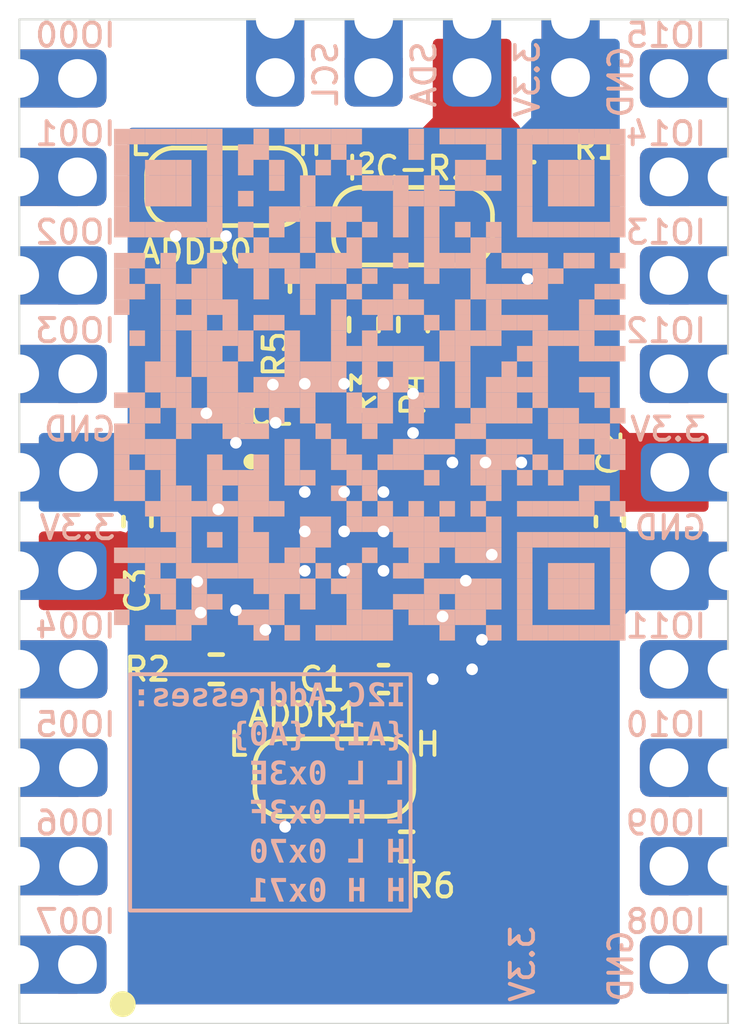
<source format=kicad_pcb>
(kicad_pcb (version 20240108) (generator "pcbnew") (generator_version "8.0")
  (layers (0 "F.Cu" signal) (1 "In1.Cu" signal) (2 "In2.Cu" signal) (31 "B.Cu" signal) (34 "B.Paste" user) (35 "F.Paste" user) (36 "B.SilkS" user "B.Silkscreen") (37 "F.SilkS" user "F.Silkscreen") (38 "B.Mask" user) (39 "F.Mask" user) (44 "Edge.Cuts" user))
  (net 0 "")
  (net 1 "/~{INT}")
  (net 3 "/IO14")
  (net 4 "/IO4")
  (net 5 "/IO15")
  (net 6 "/IO2")
  (net 7 "/SCL")
  (net 8 "/IO11")
  (net 9 "GNDD")
  (net 10 "/IO1")
  (net 11 "/IO5")
  (net 12 "/IO13")
  (net 13 "/IO10")
  (net 14 "/IO8")
  (net 15 "/IO12")
  (net 16 "/ADDR1")
  (net 17 "+3.3V")
  (net 18 "/~{RESET}")
  (net 19 "/IO3")
  (net 20 "/IO6")
  (net 21 "/IO7")
  (net 22 "/IO0")
  (net 23 "/IO9")
  (net 24 "/ADDR0")
  (net 25 "/SDA")
  (net 26 "Net-(JP1-B)")
  (net 27 "Net-(JP1-A)")
  (net 28 "Net-(JP2-A)")
  (net 29 "Net-(JP3-B)")
  (footprint "Castellated_Holes:Castellated_Hole02" (layer "F.Cu") (at 96.52 79.756)
    (property "Reference" "J1" (hide yes))
    (property "Value" "~" (hide yes))
    (pad "1" thru_hole rect (at 0 0) (size 1.5 1.5) (drill 1 (offset 0.75 0)) (property pad_prop_castellated) (layers "*.Cu" "*.Mask") (net 22 "/IO0"))
    (pad "1" thru_hole roundrect (at 1.5 0) (size 1.5 1.5) (drill 1) (property pad_prop_castellated) (layers "*.Cu" "*.Mask") (roundrect_rratio 0.1666666667) (net 22 "/IO0"))
  )
  (footprint "Resistor_SMD:R_0402_1005Metric_Pad0.72x0.64mm_HandSolder" (layer "F.Cu") (at 106.68 86.106 90)
    (property "Reference" "R4" (at -1.778 0 -90) (layer "F.SilkS") (effects (font (size 0.6 0.6) (thickness 0.1) (bold yes))))
    (property "Value" "10k" (hide yes))
    (pad "1" smd roundrect (at -0.5975 0 90) (size 0.715 0.64) (layers "F.Cu" "F.Paste" "F.Mask") (net 25 "/SDA"))
    (pad "2" smd roundrect (at 0.5975 0 90) (size 0.715 0.64) (layers "F.Cu" "F.Paste" "F.Mask") (net 27 "Net-(JP1-A)"))
  )
  (footprint "Resistor_SMD:R_0402_1005Metric_Pad0.72x0.64mm_HandSolder" (layer "F.Cu") (at 105.41 86.106 90)
    (property "Reference" "R3" (at -1.778 0 -90) (layer "F.SilkS") (effects (font (size 0.6 0.6) (thickness 0.1) (bold yes))))
    (property "Value" "10k" (hide yes))
    (pad "1" smd roundrect (at -0.5975 0 90) (size 0.715 0.64) (layers "F.Cu" "F.Paste" "F.Mask") (net 7 "/SCL"))
    (pad "2" smd roundrect (at 0.5975 0 90) (size 0.715 0.64) (layers "F.Cu" "F.Paste" "F.Mask") (net 26 "Net-(JP1-B)"))
  )
  (footprint "Jumper:SolderJumper-3_P1.3mm_Open_RoundedPad1.0x1.5mm" (layer "F.Cu") (at 101.854 82.55 180)
    (property "Reference" "JP2" (hide yes))
    (property "Value" "SolderJumper_3_Open" (hide yes))
    (pad "1" smd custom (at -1.3 0 180) (size 1 0.5) (layers "F.Cu" "F.Mask") (net 28 "Net-(JP2-A)") (options (clearance outline) (anchor rect)) (primitives (gr_circle (center 0 0.25) (end 0.5 0.25) (width 0) (fill yes)) (gr_circle (center 0 -0.25) (end 0.5 -0.25) (width 0) (fill yes)) (gr_poly (pts (xy 0.55 0.75) (xy 0 0.75) (xy 0 -0.75) (xy 0.55 -0.75)) (width 0) (fill yes))))
    (pad "2" smd rect (at 0 0 180) (size 1 1.5) (layers "F.Cu" "F.Mask") (net 24 "/ADDR0"))
    (pad "3" smd custom (at 1.3 0 180) (size 1 0.5) (layers "F.Cu" "F.Mask") (net 9 "GNDD") (options (clearance outline) (anchor rect)) (primitives (gr_circle (center 0 0.25) (end 0.5 0.25) (width 0) (fill yes)) (gr_circle (center 0 -0.25) (end 0.5 -0.25) (width 0) (fill yes)) (gr_poly (pts (xy 0 0.75) (xy -0.55 0.75) (xy -0.55 -0.75) (xy 0 -0.75)) (width 0) (fill yes))))
  )
  (footprint "Castellated_Holes:Castellated_Hole02" (layer "F.Cu") (at 114.784 102.616 180)
    (property "Reference" "J9" (hide yes))
    (property "Value" "~" (hide yes))
    (pad "1" thru_hole rect (at 0 0 180) (size 1.5 1.5) (drill 1 (offset 0.75 0)) (property pad_prop_castellated) (layers "*.Cu" "*.Mask") (net 14 "/IO8"))
    (pad "1" thru_hole roundrect (at 1.5 0 180) (size 1.5 1.5) (drill 1) (property pad_prop_castellated) (layers "*.Cu" "*.Mask") (roundrect_rratio 0.1666666667) (net 14 "/IO8"))
  )
  (footprint "Resistor_SMD:R_0402_1005Metric_Pad0.72x0.64mm_HandSolder" (layer "F.Cu") (at 106.5155 99.568)
    (property "Reference" "R6" (at 0.6725 1.016 0) (layer "F.SilkS") (effects (font (size 0.6 0.6) (thickness 0.1) (bold yes))))
    (property "Value" "10k" (hide yes))
    (pad "1" smd roundrect (at -0.5975 0) (size 0.715 0.64) (layers "F.Cu" "F.Paste" "F.Mask") (net 29 "Net-(JP3-B)"))
    (pad "2" smd roundrect (at 0.5975 0) (size 0.715 0.64) (layers "F.Cu" "F.Paste" "F.Mask") (net 17 "+3.3V"))
  )
  (footprint "Castellated_Holes:Castellated_Hole02" (layer "F.Cu") (at 114.784 87.376 180)
    (property "Reference" "J13" (hide yes))
    (property "Value" "~" (hide yes))
    (pad "1" thru_hole rect (at 0 0 180) (size 1.5 1.5) (drill 1 (offset 0.75 0)) (property pad_prop_castellated) (layers "*.Cu" "*.Mask") (net 15 "/IO12"))
    (pad "1" thru_hole roundrect (at 1.5 0 180) (size 1.5 1.5) (drill 1) (property pad_prop_castellated) (layers "*.Cu" "*.Mask") (roundrect_rratio 0.1666666667) (net 15 "/IO12"))
  )
  (footprint "Castellated_Holes:Castellated_Hole02" (layer "F.Cu") (at 114.784 94.996 180)
    (property "Reference" "J12" (hide yes))
    (property "Value" "~" (hide yes))
    (pad "1" thru_hole rect (at 0 0 180) (size 1.5 1.5) (drill 1 (offset 0.75 0)) (property pad_prop_castellated) (layers "*.Cu" "*.Mask") (net 8 "/IO11"))
    (pad "1" thru_hole roundrect (at 1.5 0 180) (size 1.5 1.5) (drill 1) (property pad_prop_castellated) (layers "*.Cu" "*.Mask") (roundrect_rratio 0.1666666667) (net 8 "/IO11"))
  )
  (footprint "Castellated_Holes:Castellated_Hole02" (layer "F.Cu") (at 114.784 97.536 180)
    (property "Reference" "J11" (hide yes))
    (property "Value" "~" (hide yes))
    (pad "1" thru_hole rect (at 0 0 180) (size 1.5 1.5) (drill 1 (offset 0.75 0)) (property pad_prop_castellated) (layers "*.Cu" "*.Mask") (net 13 "/IO10"))
    (pad "1" thru_hole roundrect (at 1.5 0 180) (size 1.5 1.5) (drill 1) (property pad_prop_castellated) (layers "*.Cu" "*.Mask") (roundrect_rratio 0.1666666667) (net 13 "/IO10"))
  )
  (footprint "Castellated_Holes:Castellated_Hole02" (layer "F.Cu") (at 96.544 94.996)
    (property "Reference" "J5" (hide yes))
    (property "Value" "~" (hide yes))
    (pad "1" thru_hole rect (at 0 0) (size 1.5 1.5) (drill 1 (offset 0.75 0)) (property pad_prop_castellated) (layers "*.Cu" "*.Mask") (net 4 "/IO4"))
    (pad "1" thru_hole roundrect (at 1.5 0) (size 1.5 1.5) (drill 1) (property pad_prop_castellated) (layers "*.Cu" "*.Mask") (roundrect_rratio 0.1666666667) (net 4 "/IO4"))
  )
  (footprint "Castellated_Holes:Castellated_Hole02" (layer "F.Cu") (at 110.744 78.232 -90)
    (property "Reference" "J30" (hide yes))
    (property "Value" "~" (hide yes))
    (pad "1" thru_hole rect (at 0 0 270) (size 1.5 1.5) (drill 1 (offset 0.75 0)) (property pad_prop_castellated) (layers "*.Cu" "*.Mask") (net 9 "GNDD"))
    (pad "1" thru_hole roundrect (at 1.5 0 270) (size 1.5 1.5) (drill 1) (property pad_prop_castellated) (layers "*.Cu" "*.Mask") (roundrect_rratio 0.1666666667) (net 9 "GNDD"))
  )
  (footprint "Castellated_Holes:Castellated_Hole02" (layer "F.Cu") (at 96.544 100.076)
    (property "Reference" "J7" (hide yes))
    (property "Value" "~" (hide yes))
    (pad "1" thru_hole rect (at 0 0) (size 1.5 1.5) (drill 1 (offset 0.75 0)) (property pad_prop_castellated) (layers "*.Cu" "*.Mask") (net 20 "/IO6"))
    (pad "1" thru_hole roundrect (at 1.5 0) (size 1.5 1.5) (drill 1) (property pad_prop_castellated) (layers "*.Cu" "*.Mask") (roundrect_rratio 0.1666666667) (net 20 "/IO6"))
  )
  (footprint "Castellated_Holes:Castellated_Hole02" (layer "F.Cu") (at 114.808 89.916 180)
    (property "Reference" "J17" (hide yes))
    (property "Value" "~" (hide yes))
    (pad "1" thru_hole rect (at 0 0 180) (size 1.5 1.5) (drill 1 (offset 0.75 0)) (property pad_prop_castellated) (layers "*.Cu" "*.Mask") (net 17 "+3.3V"))
    (pad "1" thru_hole roundrect (at 1.5 0 180) (size 1.5 1.5) (drill 1) (property pad_prop_castellated) (layers "*.Cu" "*.Mask") (roundrect_rratio 0.1666666667) (net 17 "+3.3V"))
  )
  (footprint "Castellated_Holes:Castellated_Hole02" (layer "F.Cu") (at 96.52 92.456)
    (property "Reference" "J19" (hide yes))
    (property "Value" "~" (hide yes))
    (pad "1" thru_hole rect (at 0 0) (size 1.5 1.5) (drill 1 (offset 0.75 0)) (property pad_prop_castellated) (layers "*.Cu" "*.Mask") (net 17 "+3.3V"))
    (pad "1" thru_hole roundrect (at 1.5 0) (size 1.5 1.5) (drill 1) (property pad_prop_castellated) (layers "*.Cu" "*.Mask") (roundrect_rratio 0.1666666667) (net 17 "+3.3V"))
  )
  (footprint "Castellated_Holes:Castellated_Hole02" (layer "F.Cu") (at 114.784 82.296 180)
    (property "Reference" "J15" (hide yes))
    (property "Value" "~" (hide yes))
    (pad "1" thru_hole rect (at 0 0 180) (size 1.5 1.5) (drill 1 (offset 0.75 0)) (property pad_prop_castellated) (layers "*.Cu" "*.Mask") (net 3 "/IO14"))
    (pad "1" thru_hole roundrect (at 1.5 0 180) (size 1.5 1.5) (drill 1) (property pad_prop_castellated) (layers "*.Cu" "*.Mask") (roundrect_rratio 0.1666666667) (net 3 "/IO14"))
  )
  (footprint "Castellated_Holes:Castellated_Hole02" (layer "F.Cu") (at 96.544 89.916)
    (property "Reference" "J18" (hide yes))
    (property "Value" "~" (hide yes))
    (pad "1" thru_hole rect (at 0 0) (size 1.5 1.5) (drill 1 (offset 0.75 0)) (property pad_prop_castellated) (layers "*.Cu" "*.Mask") (net 9 "GNDD"))
    (pad "1" thru_hole roundrect (at 1.5 0) (size 1.5 1.5) (drill 1) (property pad_prop_castellated) (layers "*.Cu" "*.Mask") (roundrect_rratio 0.1666666667) (net 9 "GNDD"))
  )
  (footprint "library:QFN40P400X400X60-29N-D" (layer "F.Cu") (at 104.902 91.44)
    (property "Reference" "IC1" (at -2.032 -3.048 0) (layer "F.SilkS") (effects (font (size 0.6 0.6) (thickness 0.1) (bold yes))))
    (property "Value" "SX1509QBIULTRT" (hide yes))
    (pad "1" smd rect (at -2 -1.2 90) (size 0.2 0.8) (layers "F.Cu" "F.Paste" "F.Mask") (net 6 "/IO2"))
    (pad "2" smd rect (at -2 -0.8 90) (size 0.2 0.8) (layers "F.Cu" "F.Paste" "F.Mask") (net 19 "/IO3"))
    (pad "3" smd rect (at -2 -0.4 90) (size 0.2 0.8) (layers "F.Cu" "F.Paste" "F.Mask") (net 9 "GNDD"))
    (pad "4" smd rect (at -2 0 90) (size 0.2 0.8) (layers "F.Cu" "F.Paste" "F.Mask") (net 17 "+3.3V"))
    (pad "5" smd rect (at -2 0.4 90) (size 0.2 0.8) (layers "F.Cu" "F.Paste" "F.Mask") (net 4 "/IO4"))
    (pad "6" smd rect (at -2 0.8 90) (size 0.2 0.8) (layers "F.Cu" "F.Paste" "F.Mask") (net 11 "/IO5"))
    (pad "7" smd rect (at -2 1.2 90) (size 0.2 0.8) (layers "F.Cu" "F.Paste" "F.Mask") (net 20 "/IO6"))
    (pad "8" smd rect (at -1.2 2) (size 0.2 0.8) (layers "F.Cu" "F.Paste" "F.Mask") (net 21 "/IO7"))
    (pad "9" smd rect (at -0.8 2) (size 0.2 0.8) (layers "F.Cu" "F.Paste" "F.Mask") (net 1 "/~{INT}"))
    (pad "10" smd rect (at -0.4 2) (size 0.2 0.8) (layers "F.Cu" "F.Paste" "F.Mask") (net 16 "/ADDR1"))
    (pad "11" smd rect (at 0 2) (size 0.2 0.8) (layers "F.Cu" "F.Paste" "F.Mask"))
    (pad "12" smd rect (at 0.4 2) (size 0.2 0.8) (layers "F.Cu" "F.Paste" "F.Mask") (net 17 "+3.3V"))
    (pad "13" smd rect (at 0.8 2) (size 0.2 0.8) (layers "F.Cu" "F.Paste" "F.Mask") (net 14 "/IO8"))
    (pad "14" smd rect (at 1.2 2) (size 0.2 0.8) (layers "F.Cu" "F.Paste" "F.Mask") (net 23 "/IO9"))
    (pad "15" smd rect (at 2 1.2 90) (size 0.2 0.8) (layers "F.Cu" "F.Paste" "F.Mask") (net 13 "/IO10"))
    (pad "16" smd rect (at 2 0.8 90) (size 0.2 0.8) (layers "F.Cu" "F.Paste" "F.Mask") (net 8 "/IO11"))
    (pad "17" smd rect (at 2 0.4 90) (size 0.2 0.8) (layers "F.Cu" "F.Paste" "F.Mask") (net 9 "GNDD"))
    (pad "18" smd rect (at 2 0 90) (size 0.2 0.8) (layers "F.Cu" "F.Paste" "F.Mask") (net 17 "+3.3V"))
    (pad "19" smd rect (at 2 -0.4 90) (size 0.2 0.8) (layers "F.Cu" "F.Paste" "F.Mask") (net 15 "/IO12"))
    (pad "20" smd rect (at 2 -0.8 90) (size 0.2 0.8) (layers "F.Cu" "F.Paste" "F.Mask") (net 12 "/IO13"))
    (pad "21" smd rect (at 2 -1.2 90) (size 0.2 0.8) (layers "F.Cu" "F.Paste" "F.Mask") (net 3 "/IO14"))
    (pad "22" smd rect (at 1.2 -2) (size 0.2 0.8) (layers "F.Cu" "F.Paste" "F.Mask") (net 5 "/IO15"))
    (pad "23" smd rect (at 0.8 -2) (size 0.2 0.8) (layers "F.Cu" "F.Paste" "F.Mask") (net 18 "/~{RESET}"))
    (pad "24" smd rect (at 0.4 -2) (size 0.2 0.8) (layers "F.Cu" "F.Paste" "F.Mask") (net 25 "/SDA"))
    (pad "25" smd rect (at 0 -2) (size 0.2 0.8) (layers "F.Cu" "F.Paste" "F.Mask") (net 7 "/SCL"))
    (pad "26" smd rect (at -0.4 -2) (size 0.2 0.8) (layers "F.Cu" "F.Paste" "F.Mask") (net 24 "/ADDR0"))
    (pad "27" smd rect (at -0.8 -2) (size 0.2 0.8) (layers "F.Cu" "F.Paste" "F.Mask") (net 22 "/IO0"))
    (pad "28" smd rect (at -1.2 -2) (size 0.2 0.8) (layers "F.Cu" "F.Paste" "F.Mask") (net 10 "/IO1"))
    (pad "29" smd rect (at 0 0) (size 2.75 2.75) (layers "F.Cu" "F.Paste" "F.Mask") (net 9 "GNDD"))
  )
  (footprint "Castellated_Holes:Castellated_Hole02" (layer "F.Cu") (at 96.528 87.376)
    (property "Reference" "J4" (hide yes))
    (property "Value" "~" (hide yes))
    (pad "1" thru_hole rect (at 0 0) (size 1.5 1.5) (drill 1 (offset 0.75 0)) (property pad_prop_castellated) (layers "*.Cu" "*.Mask") (net 19 "/IO3"))
    (pad "1" thru_hole roundrect (at 1.5 0) (size 1.5 1.5) (drill 1) (property pad_prop_castellated) (layers "*.Cu" "*.Mask") (roundrect_rratio 0.1666666667) (net 19 "/IO3"))
  )
  (footprint "Capacitor_SMD:C_0402_1005Metric_Pad0.74x0.62mm_HandSolder" (layer "F.Cu") (at 99.568 91.186 90)
    (property "Reference" "C3" (at -1.778 0 -90) (layer "F.SilkS") (effects (font (size 0.6 0.6) (thickness 0.1) (bold yes))))
    (property "Value" "0.1uF" (hide yes))
    (pad "1" smd roundrect (at -0.5675 0 90) (size 0.735 0.62) (layers "F.Cu" "F.Paste" "F.Mask") (net 17 "+3.3V"))
    (pad "2" smd roundrect (at 0.5675 0 90) (size 0.735 0.62) (layers "F.Cu" "F.Paste" "F.Mask") (net 9 "GNDD"))
  )
  (footprint "Capacitor_SMD:C_0402_1005Metric_Pad0.74x0.62mm_HandSolder" (layer "F.Cu") (at 111.76 91.186 -90)
    (property "Reference" "C2" (at -1.778 0 90) (layer "F.SilkS") (effects (font (size 0.6 0.6) (thickness 0.1) (bold yes))))
    (property "Value" "0.1uF" (hide yes))
    (pad "1" smd roundrect (at -0.5675 0 270) (size 0.735 0.62) (layers "F.Cu" "F.Paste" "F.Mask") (net 17 "+3.3V"))
    (pad "2" smd roundrect (at 0.5675 0 270) (size 0.735 0.62) (layers "F.Cu" "F.Paste" "F.Mask") (net 9 "GNDD"))
  )
  (footprint "Resistor_SMD:R_0402_1005Metric_Pad0.72x0.64mm_HandSolder" (layer "F.Cu") (at 103.124 85.09 -90)
    (property "Reference" "R5" (at 1.778 0 90) (layer "F.SilkS") (effects (font (size 0.6 0.6) (thickness 0.1) (bold yes))))
    (property "Value" "10k" (hide yes))
    (pad "1" smd roundrect (at -0.5975 0 270) (size 0.715 0.64) (layers "F.Cu" "F.Paste" "F.Mask") (net 28 "Net-(JP2-A)"))
    (pad "2" smd roundrect (at 0.5975 0 270) (size 0.715 0.64) (layers "F.Cu" "F.Paste" "F.Mask") (net 17 "+3.3V"))
  )
  (footprint "Resistor_SMD:R_0402_1005Metric_Pad0.72x0.64mm_HandSolder" (layer "F.Cu") (at 109.6385 81.534 180)
    (property "Reference" "R1" (at -1.778 0 180) (layer "F.SilkS") (effects (font (size 0.6 0.6) (thickness 0.1) (bold yes))))
    (property "Value" "10k" (hide yes))
    (pad "1" smd roundrect (at -0.5975 0 180) (size 0.715 0.64) (layers "F.Cu" "F.Paste" "F.Mask") (net 18 "/~{RESET}"))
    (pad "2" smd roundrect (at 0.5975 0 180) (size 0.715 0.64) (layers "F.Cu" "F.Paste" "F.Mask") (net 17 "+3.3V"))
  )
  (footprint "Capacitor_SMD:C_0402_1005Metric_Pad0.74x0.62mm_HandSolder" (layer "F.Cu") (at 105.918 95.25)
    (property "Reference" "C1" (at -1.5835 0 0) (layer "F.SilkS") (effects (font (size 0.6 0.6) (thickness 0.1) (bold yes))))
    (property "Value" "0.1uF" (hide yes))
    (pad "1" smd roundrect (at -0.5675 0) (size 0.735 0.62) (layers "F.Cu" "F.Paste" "F.Mask") (net 17 "+3.3V"))
    (pad "2" smd roundrect (at 0.5675 0) (size 0.735 0.62) (layers "F.Cu" "F.Paste" "F.Mask") (net 9 "GNDD"))
  )
  (footprint "Castellated_Holes:Castellated_Hole02" (layer "F.Cu") (at 114.784 79.756 180)
    (property "Reference" "J16" (hide yes))
    (property "Value" "~" (hide yes))
    (pad "1" thru_hole rect (at 0 0 180) (size 1.5 1.5) (drill 1 (offset 0.75 0)) (property pad_prop_castellated) (layers "*.Cu" "*.Mask") (net 5 "/IO15"))
    (pad "1" thru_hole roundrect (at 1.5 0 180) (size 1.5 1.5) (drill 1) (property pad_prop_castellated) (layers "*.Cu" "*.Mask") (roundrect_rratio 0.1666666667) (net 5 "/IO15"))
  )
  (footprint "Castellated_Holes:Castellated_Hole02" (layer "F.Cu") (at 114.784 84.836 180)
    (property "Reference" "J14" (hide yes))
    (property "Value" "~" (hide yes))
    (pad "1" thru_hole rect (at 0 0 180) (size 1.5 1.5) (drill 1 (offset 0.75 0)) (property pad_prop_castellated) (layers "*.Cu" "*.Mask") (net 12 "/IO13"))
    (pad "1" thru_hole roundrect (at 1.5 0 180) (size 1.5 1.5) (drill 1) (property pad_prop_castellated) (layers "*.Cu" "*.Mask") (roundrect_rratio 0.1666666667) (net 12 "/IO13"))
  )
  (footprint "Castellated_Holes:Castellated_Hole02" (layer "F.Cu") (at 105.664 78.232 -90)
    (property "Reference" "J29" (hide yes))
    (property "Value" "~" (hide yes))
    (pad "1" thru_hole rect (at 0 0 270) (size 1.5 1.5) (drill 1 (offset 0.75 0)) (property pad_prop_castellated) (layers "*.Cu" "*.Mask") (net 25 "/SDA"))
    (pad "1" thru_hole roundrect (at 1.5 0 270) (size 1.5 1.5) (drill 1) (property pad_prop_castellated) (layers "*.Cu" "*.Mask") (roundrect_rratio 0.1666666667) (net 25 "/SDA"))
  )
  (footprint "Castellated_Holes:Castellated_Hole02" (layer "F.Cu") (at 103.124 78.232 -90)
    (property "Reference" "J28" (hide yes))
    (property "Value" "~" (hide yes))
    (pad "1" thru_hole rect (at 0 0 270) (size 1.5 1.5) (drill 1 (offset 0.75 0)) (property pad_prop_castellated) (layers "*.Cu" "*.Mask") (net 7 "/SCL"))
    (pad "1" thru_hole roundrect (at 1.5 0 270) (size 1.5 1.5) (drill 1) (property pad_prop_castellated) (layers "*.Cu" "*.Mask") (roundrect_rratio 0.1666666667) (net 7 "/SCL"))
  )
  (footprint "Castellated_Holes:Castellated_Hole02" (layer "F.Cu") (at 96.52 102.616)
    (property "Reference" "J8" (hide yes))
    (property "Value" "~" (hide yes))
    (pad "1" thru_hole rect (at 0 0) (size 1.5 1.5) (drill 1 (offset 0.75 0)) (property pad_prop_castellated) (layers "*.Cu" "*.Mask") (net 21 "/IO7"))
    (pad "1" thru_hole roundrect (at 1.5 0) (size 1.5 1.5) (drill 1) (property pad_prop_castellated) (layers "*.Cu" "*.Mask") (roundrect_rratio 0.1666666667) (net 21 "/IO7"))
  )
  (footprint "Castellated_Holes:Castellated_Hole02" (layer "F.Cu") (at 96.52 82.296)
    (property "Reference" "J2" (hide yes))
    (property "Value" "~" (hide yes))
    (pad "1" thru_hole rect (at 0 0) (size 1.5 1.5) (drill 1 (offset 0.75 0)) (property pad_prop_castellated) (layers "*.Cu" "*.Mask") (net 10 "/IO1"))
    (pad "1" thru_hole roundrect (at 1.5 0) (size 1.5 1.5) (drill 1) (property pad_prop_castellated) (layers "*.Cu" "*.Mask") (roundrect_rratio 0.1666666667) (net 10 "/IO1"))
  )
  (footprint "Castellated_Holes:Castellated_Hole02" (layer "F.Cu") (at 114.808 92.456 180)
    (property "Reference" "J20" (hide yes))
    (property "Value" "~" (hide yes))
    (pad "1" thru_hole rect (at 0 0 180) (size 1.5 1.5) (drill 1 (offset 0.75 0)) (property pad_prop_castellated) (layers "*.Cu" "*.Mask") (net 9 "GNDD"))
    (pad "1" thru_hole roundrect (at 1.5 0 180) (size 1.5 1.5) (drill 1) (property pad_prop_castellated) (layers "*.Cu" "*.Mask") (roundrect_rratio 0.1666666667) (net 9 "GNDD"))
  )
  (footprint "Castellated_Holes:Castellated_Hole02" (layer "F.Cu") (at 108.204 78.232 -90)
    (property "Reference" "J23" (hide yes))
    (property "Value" "~" (hide yes))
    (pad "1" thru_hole rect (at 0 0 270) (size 1.5 1.5) (drill 1 (offset 0.75 0)) (property pad_prop_castellated) (layers "*.Cu" "*.Mask") (net 17 "+3.3V"))
    (pad "1" thru_hole roundrect (at 1.5 0 270) (size 1.5 1.5) (drill 1) (property pad_prop_castellated) (layers "*.Cu" "*.Mask") (roundrect_rratio 0.1666666667) (net 17 "+3.3V"))
  )
  (footprint "Jumper:SolderJumper-3_P1.3mm_Open_RoundedPad1.0x1.5mm" (layer "F.Cu") (at 106.68 83.566 180)
    (property "Reference" "JP1" (hide yes))
    (property "Value" "SolderJumper_3_Open" (hide yes))
    (pad "1" smd custom (at -1.3 0 180) (size 1 0.5) (layers "F.Cu" "F.Mask") (net 27 "Net-(JP1-A)") (options (clearance outline) (anchor rect)) (primitives (gr_circle (center 0 0.25) (end 0.5 0.25) (width 0) (fill yes)) (gr_circle (center 0 -0.25) (end 0.5 -0.25) (width 0) (fill yes)) (gr_poly (pts (xy 0.55 0.75) (xy 0 0.75) (xy 0 -0.75) (xy 0.55 -0.75)) (width 0) (fill yes))))
    (pad "2" smd rect (at 0 0 180) (size 1 1.5) (layers "F.Cu" "F.Mask") (net 17 "+3.3V"))
    (pad "3" smd custom (at 1.3 0 180) (size 1 0.5) (layers "F.Cu" "F.Mask") (net 26 "Net-(JP1-B)") (options (clearance outline) (anchor rect)) (primitives (gr_circle (center 0 0.25) (end 0.5 0.25) (width 0) (fill yes)) (gr_circle (center 0 -0.25) (end 0.5 -0.25) (width 0) (fill yes)) (gr_poly (pts (xy 0 0.75) (xy -0.55 0.75) (xy -0.55 -0.75) (xy 0 -0.75)) (width 0) (fill yes))))
  )
  (footprint "Resistor_SMD:R_0402_1005Metric_Pad0.72x0.64mm_HandSolder" (layer "F.Cu") (at 101.6 94.996 180)
    (property "Reference" "R2" (at 1.778 0 180) (layer "F.SilkS") (effects (font (size 0.6 0.6) (thickness 0.1) (bold yes))))
    (property "Value" "10k" (hide yes))
    (pad "1" smd roundrect (at -0.5975 0 180) (size 0.715 0.64) (layers "F.Cu" "F.Paste" "F.Mask") (net 1 "/~{INT}"))
    (pad "2" smd roundrect (at 0.5975 0 180) (size 0.715 0.64) (layers "F.Cu" "F.Paste" "F.Mask") (net 17 "+3.3V"))
  )
  (footprint "Castellated_Holes:Castellated_Hole02" (layer "F.Cu") (at 96.544 97.536)
    (property "Reference" "J6" (hide yes))
    (property "Value" "~" (hide yes))
    (pad "1" thru_hole rect (at 0 0) (size 1.5 1.5) (drill 1 (offset 0.75 0)) (property pad_prop_castellated) (layers "*.Cu" "*.Mask") (net 11 "/IO5"))
    (pad "1" thru_hole roundrect (at 1.5 0) (size 1.5 1.5) (drill 1) (property pad_prop_castellated) (layers "*.Cu" "*.Mask") (roundrect_rratio 0.1666666667) (net 11 "/IO5"))
  )
  (footprint "Castellated_Holes:Castellated_Hole02" (layer "F.Cu") (at 114.784 100.076 180)
    (property "Reference" "J10" (hide yes))
    (property "Value" "~" (hide yes))
    (pad "1" thru_hole rect (at 0 0 180) (size 1.5 1.5) (drill 1 (offset 0.75 0)) (property pad_prop_castellated) (layers "*.Cu" "*.Mask") (net 23 "/IO9"))
    (pad "1" thru_hole roundrect (at 1.5 0 180) (size 1.5 1.5) (drill 1) (property pad_prop_castellated) (layers "*.Cu" "*.Mask") (roundrect_rratio 0.1666666667) (net 23 "/IO9"))
  )
  (footprint "Castellated_Holes:Castellated_Hole02" (layer "F.Cu") (at 96.528 84.836)
    (property "Reference" "J3" (hide yes))
    (property "Value" "~" (hide yes))
    (pad "1" thru_hole rect (at 0 0) (size 1.5 1.5) (drill 1 (offset 0.75 0)) (property pad_prop_castellated) (layers "*.Cu" "*.Mask") (net 6 "/IO2"))
    (pad "1" thru_hole roundrect (at 1.5 0) (size 1.5 1.5) (drill 1) (property pad_prop_castellated) (layers "*.Cu" "*.Mask") (roundrect_rratio 0.1666666667) (net 6 "/IO2"))
  )
  (footprint "Jumper:SolderJumper-3_P1.3mm_Open_RoundedPad1.0x1.5mm" (layer "F.Cu") (at 104.648 97.79)
    (property "Reference" "JP3" (hide yes))
    (property "Value" "SolderJumper_3_Open" (hide yes))
    (pad "1" smd custom (at -1.3 0) (size 1 0.5) (layers "F.Cu" "F.Mask") (net 9 "GNDD") (options (clearance outline) (anchor rect)) (primitives (gr_circle (center 0 0.25) (end 0.5 0.25) (width 0) (fill yes)) (gr_circle (center 0 -0.25) (end 0.5 -0.25) (width 0) (fill yes)) (gr_poly (pts (xy 0.55 0.75) (xy 0 0.75) (xy 0 -0.75) (xy 0.55 -0.75)) (width 0) (fill yes))))
    (pad "2" smd rect (at 0 0) (size 1 1.5) (layers "F.Cu" "F.Mask") (net 16 "/ADDR1"))
    (pad "3" smd custom (at 1.3 0) (size 1 0.5) (layers "F.Cu" "F.Mask") (net 29 "Net-(JP3-B)") (options (clearance outline) (anchor rect)) (primitives (gr_circle (center 0 0.25) (end 0.5 0.25) (width 0) (fill yes)) (gr_circle (center 0 -0.25) (end 0.5 -0.25) (width 0) (fill yes)) (gr_poly (pts (xy 0 0.75) (xy -0.55 0.75) (xy -0.55 -0.75) (xy 0 -0.75)) (width 0) (fill yes))))
  )
  (footprint "https://github.com/fanningert/kicad_pcb_ioexpander" (layer "B.Cu") (at 105.5624 87.6554 180)
    (property "Reference" "QR*****" (hide yes))
    (property "Value" "https://github.com/fanningert/kicad_pcb_ioexpander" (hide yes))
  )
  (gr_rect (start 99.3775 95.123) (end 106.6165 101.219) (stroke (width 0.1)) (fill none) (layer "B.SilkS"))
  (gr_circle (center 99.187 103.632) (end 99.470981 103.632) (stroke (width 0.1)) (fill solid) (layer "F.SilkS"))
  (gr_line (start 96.52 104.14) (end 114.808 104.14) (stroke (width 0.05)) (layer "Edge.Cuts"))
  (gr_line (start 114.808 104.14) (end 114.808 78.232) (stroke (width 0.05)) (layer "Edge.Cuts"))
  (gr_line (start 114.808 78.232) (end 96.52 78.232) (stroke (width 0.05)) (layer "Edge.Cuts"))
  (gr_line (start 96.52 78.232) (end 96.52 104.14) (stroke (width 0.05)) (layer "Edge.Cuts"))
  (gr_text "IO04" (at 99.06 94.234 0) (layer "B.SilkS") (effects (font (size 0.6 0.6) (thickness 0.1)) (justify left bottom mirror)))
  (gr_text "IO08" (at 114.3 101.854 0) (layer "B.SilkS") (effects (font (size 0.6 0.6) (thickness 0.1)) (justify left bottom mirror)))
  (gr_text "I2C Addresses: \n{A1} {A0}\nL L 0x3E\nL H 0x3F\nH L 0x70\nH H 0x71" (at 106.4895 101.092 0) (layer "B.SilkS") (effects (font (size 0.6 0.6) (thickness 0.1) (bold yes)) (justify left bottom mirror)))
  (gr_text "IO07" (at 99.06 101.854 0) (layer "B.SilkS") (effects (font (size 0.6 0.6) (thickness 0.1)) (justify left bottom mirror)))
  (gr_text "GND" (at 99.06 89.154 0) (layer "B.SilkS") (effects (font (size 0.6 0.6) (thickness 0.1)) (justify left bottom mirror)))
  (gr_text "IO01" (at 99.06 81.534 0) (layer "B.SilkS") (effects (font (size 0.6 0.6) (thickness 0.1)) (justify left bottom mirror)))
  (gr_text "IO12" (at 114.3 86.614 0) (layer "B.SilkS") (effects (font (size 0.6 0.6) (thickness 0.1)) (justify left bottom mirror)))
  (gr_text "GND" (at 112.395 78.867 90) (layer "B.SilkS") (effects (font (size 0.6 0.6) (thickness 0.1)) (justify left bottom mirror)))
  (gr_text "IO00" (at 99.06 78.994 0) (layer "B.SilkS") (effects (font (size 0.6 0.6) (thickness 0.1)) (justify left bottom mirror)))
  (gr_text "IO10" (at 114.3 96.774 0) (layer "B.SilkS") (effects (font (size 0.6 0.6) (thickness 0.1)) (justify left bottom mirror)))
  (gr_text "3.3V" (at 109.855 103.632 90) (layer "B.SilkS") (effects (font (size 0.6 0.6) (thickness 0.1)) (justify right bottom mirror)))
  (gr_text "IO09" (at 114.3 99.314 0) (layer "B.SilkS") (effects (font (size 0.6 0.6) (thickness 0.1)) (justify left bottom mirror)))
  (gr_text "SDA" (at 107.315 78.74 90) (layer "B.SilkS") (effects (font (size 0.6 0.6) (thickness 0.1)) (justify left bottom mirror)))
  (gr_text "IO15" (at 114.3 78.994 0) (layer "B.SilkS") (effects (font (size 0.6 0.6) (thickness 0.1)) (justify left bottom mirror)))
  (gr_text "3.3V" (at 99.06 91.694 0) (layer "B.SilkS") (effects (font (size 0.6 0.6) (thickness 0.1)) (justify left bottom mirror)))
  (gr_text "IO13" (at 114.3 84.074 0) (layer "B.SilkS") (effects (font (size 0.6 0.6) (thickness 0.1)) (justify left bottom mirror)))
  (gr_text "IO14" (at 114.3 81.534 0) (layer "B.SilkS") (effects (font (size 0.6 0.6) (thickness 0.1)) (justify left bottom mirror)))
  (gr_text "IO11" (at 114.3 94.234 0) (layer "B.SilkS") (effects (font (size 0.6 0.6) (thickness 0.1)) (justify left bottom mirror)))
  (gr_text "3.3V" (at 114.3 89.154 0) (layer "B.SilkS") (effects (font (size 0.6 0.6) (thickness 0.1)) (justify left bottom mirror)))
  (gr_text "IO06" (at 99.06 99.314 0) (layer "B.SilkS") (effects (font (size 0.6 0.6) (thickness 0.1)) (justify left bottom mirror)))
  (gr_text "SCL" (at 104.775 78.74 90) (layer "B.SilkS") (effects (font (size 0.6 0.6) (thickness 0.1)) (justify left bottom mirror)))
  (gr_text "GND" (at 114.3 91.694 0) (layer "B.SilkS") (effects (font (size 0.6 0.6) (thickness 0.1)) (justify left bottom mirror)))
  (gr_text "IO03" (at 99.06 86.614 0) (layer "B.SilkS") (effects (font (size 0.6 0.6) (thickness 0.1)) (justify left bottom mirror)))
  (gr_text "3.3V" (at 109.982 78.74 90) (layer "B.SilkS") (effects (font (size 0.6 0.6) (thickness 0.1)) (justify left bottom mirror)))
  (gr_text "IO02" (at 99.06 84.074 0) (layer "B.SilkS") (effects (font (size 0.6 0.6) (thickness 0.1)) (justify left bottom mirror)))
  (gr_text "IO05" (at 99.06 96.774 0) (layer "B.SilkS") (effects (font (size 0.6 0.6) (thickness 0.1)) (justify left bottom mirror)))
  (gr_text "GND" (at 112.395 103.632 90) (layer "B.SilkS") (effects (font (size 0.6 0.6) (thickness 0.1)) (justify right bottom mirror)))
  (gr_text "I^{2}C-R." (at 104.902 82.423 0) (layer "F.SilkS") (effects (font (size 0.6 0.6) (thickness 0.1) (bold yes)) (justify left bottom)))
  (gr_text "ADDR0" (at 99.568 84.582 0) (layer "F.SilkS") (effects (font (size 0.6 0.6) (thickness 0.1) (bold yes)) (justify left bottom)))
  (gr_text "L" (at 99.314 81.788 0) (layer "F.SilkS") (effects (font (size 0.6 0.6) (thickness 0.1)) (justify left bottom)))
  (gr_text "H" (at 106.68 97.282 0) (layer "F.SilkS") (effects (font (size 0.6 0.6) (thickness 0.1)) (justify left bottom)))
  (gr_text "L" (at 101.854 97.282 0) (layer "F.SilkS") (effects (font (size 0.6 0.6) (thickness 0.1)) (justify left bottom)))
  (gr_text "H" (at 103.632 81.788 0) (layer "F.SilkS") (effects (font (size 0.6 0.6) (thickness 0.1)) (justify left bottom)))
  (gr_text "ADDR1" (at 102.362 96.52 0) (layer "F.SilkS") (effects (font (size 0.6 0.6) (thickness 0.1) (bold yes)) (justify left bottom)))
  (segment (start 104.102 93.44) (end 104.102 94.14) (width 0.2) (layer "F.Cu") (net 1))
  (segment (start 104.102 94.14) (end 103.246 94.996) (width 0.2) (layer "F.Cu") (net 1))
  (segment (start 103.246 94.996) (end 102.1975 94.996) (width 0.2) (layer "F.Cu") (net 1))
  (segment (start 107.696 89.662) (end 107.696 90.17) (width 0.2) (layer "F.Cu") (net 3))
  (segment (start 107.696 90.17) (end 107.626 90.24) (width 0.2) (layer "F.Cu") (net 3))
  (segment (start 107.626 90.24) (end 106.902 90.24) (width 0.2) (layer "F.Cu") (net 3))
  (via blind (at 107.696 89.662) (size 0.6) (drill 0.3) (layers "F.Cu" "In2.Cu") (remove_unused_layers yes) (net 3))
  (segment (start 102.002654 91.84) (end 102.902 91.84) (width 0.2) (layer "F.Cu") (net 4))
  (segment (start 96.544 94.996) (end 98.568 94.996) (width 0.2) (layer "F.Cu") (net 4))
  (segment (start 101.1107 92.731954) (end 102.002654 91.84) (width 0.2) (layer "F.Cu") (net 4))
  (via blind (at 101.1107 92.731954) (size 0.6) (drill 0.3) (layers "F.Cu" "In2.Cu") (remove_unused_layers yes) (net 4))
  (segment (start 106.102 89.027686) (end 106.102 89.44) (width 0.2) (layer "F.Cu") (net 5))
  (segment (start 106.229686 88.9) (end 106.102 89.027686) (width 0.2) (layer "F.Cu") (net 5))
  (segment (start 106.68 88.9) (end 106.229686 88.9) (width 0.2) (layer "F.Cu") (net 5))
  (via blind (at 106.68 88.9) (size 0.6) (drill 0.3) (layers "F.Cu" "In2.Cu") (remove_unused_layers yes) (net 5))
  (segment (start 102.489686 90.24) (end 102.902 90.24) (width 0.2) (layer "F.Cu") (net 6))
  (segment (start 102.108 89.858314) (end 102.489686 90.24) (width 0.2) (layer "F.Cu") (net 6))
  (segment (start 102.108 89.154) (end 102.108 89.858314) (width 0.2) (layer "F.Cu") (net 6))
  (via blind (at 102.108 89.154) (size 0.6) (drill 0.3) (layers "F.Cu" "In2.Cu") (remove_unused_layers yes) (net 6))
  (segment (start 104.902 89.44) (end 104.902 87.63) (width 0.2) (layer "F.Cu") (net 7))
  (segment (start 104.902 87.63) (end 104.902 87.2115) (width 0.2) (layer "F.Cu") (net 7))
  (segment (start 104.902 87.2115) (end 105.41 86.7035) (width 0.2) (layer "F.Cu") (net 7))
  (via blind (at 104.902 87.63) (size 0.6) (drill 0.3) (layers "F.Cu" "In2.Cu") (remove_unused_layers yes) (net 7))
  (segment (start 108.042 92.71) (end 107.572 92.24) (width 0.2) (layer "F.Cu") (net 8))
  (segment (start 107.572 92.24) (end 106.902 92.24) (width 0.2) (layer "F.Cu") (net 8))
  (via blind (at 108.042 92.71) (size 0.6) (drill 0.3) (layers "F.Cu" "In2.Cu") (remove_unused_layers yes) (net 8))
  (segment (start 101.652849 90.868947) (end 101.823902 91.04) (width 0.2) (layer "F.Cu") (net 9))
  (segment (start 108.512 91.84) (end 106.902 91.84) (width 0.2) (layer "F.Cu") (net 9))
  (segment (start 98.7465 90.6185) (end 98.044 89.916) (width 0.2) (layer "F.Cu") (net 9))
  (segment (start 99.568 90.6185) (end 98.7465 90.6185) (width 0.2) (layer "F.Cu") (net 9))
  (segment (start 101.823902 91.04) (end 102.902 91.04) (width 0.2) (layer "F.Cu") (net 9))
  (segment (start 111.76 91.7535) (end 112.4625 92.456) (width 0.2) (layer "F.Cu") (net 9))
  (segment (start 112.4625 92.456) (end 113.284 92.456) (width 0.2) (layer "F.Cu") (net 9))
  (segment (start 103.348 99.03) (end 103.378 99.06) (width 0.2) (layer "F.Cu") (net 9))
  (segment (start 107.188 95.25) (end 106.4855 95.25) (width 0.2) (layer "F.Cu") (net 9))
  (segment (start 113.284 92.456) (end 113.1925 92.5475) (width 0.2) (layer "F.Cu") (net 9))
  (segment (start 103.348 97.79) (end 103.348 99.03) (width 0.2) (layer "F.Cu") (net 9))
  (segment (start 108.712 92.04) (end 108.512 91.84) (width 0.2) (layer "F.Cu") (net 9))
  (segment (start 100.554 83.82) (end 100.554 82.55) (width 0.2) (layer "F.Cu") (net 9))
  (via (at 105.918 91.44) (size 0.6) (drill 0.3) (layers "F.Cu" "B.Cu") (net 9))
  (via (at 103.886 90.424) (size 0.6) (drill 0.3) (layers "F.Cu" "B.Cu") (net 9))
  (via (at 101.652849 90.868947) (size 0.6) (drill 0.3) (layers "F.Cu" "B.Cu") (net 9))
  (via (at 103.886 91.44) (size 0.6) (drill 0.3) (layers "F.Cu" "B.Cu") (net 9))
  (via (at 103.378 99.06) (size 0.6) (drill 0.3) (layers "F.Cu" "B.Cu") (net 9))
  (via (at 105.918 92.456) (size 0.6) (drill 0.3) (layers "F.Cu" "B.Cu") (net 9))
  (via (at 104.902 92.456) (size 0.6) (drill 0.3) (layers "F.Cu" "B.Cu") (net 9))
  (via (at 105.918 90.424) (size 0.6) (drill 0.3) (layers "F.Cu" "B.Cu") (net 9))
  (via (at 107.188 95.25) (size 0.6) (drill 0.3) (layers "F.Cu" "B.Cu") (net 9))
  (via (at 108.712 92.04) (size 0.6) (drill 0.3) (layers "F.Cu" "B.Cu") (net 9))
  (via (at 104.902 90.424) (size 0.6) (drill 0.3) (layers "F.Cu" "B.Cu") (net 9))
  (via (at 104.902 91.44) (size 0.6) (drill 0.3) (layers "F.Cu" "B.Cu") (net 9))
  (via (at 100.554 83.82) (size 0.6) (drill 0.3) (layers "F.Cu" "B.Cu") (net 9))
  (via (at 103.886 92.456) (size 0.6) (drill 0.3) (layers "F.Cu" "B.Cu") (net 9))
  (segment (start 103.1335 88.6365) (end 103.478285 88.6365) (width 0.2) (layer "F.Cu") (net 10))
  (segment (start 103.478285 88.6365) (end 103.702 88.860215) (width 0.2) (layer "F.Cu") (net 10))
  (segment (start 103.702 88.860215) (end 103.702 89.44) (width 0.2) (layer "F.Cu") (net 10))
  (via blind (at 103.1335 88.6365) (size 0.6) (drill 0.3) (layers "F.Cu" "In2.Cu") (remove_unused_layers yes) (net 10))
  (segment (start 101.197368 93.534103) (end 101.644604 93.086867) (width 0.2) (layer "F.Cu") (net 11))
  (segment (start 102.256814 92.24) (end 102.902 92.24) (width 0.2) (layer "F.Cu") (net 11))
  (segment (start 101.708 93.023471) (end 101.708 92.788814) (width 0.2) (layer "F.Cu") (net 11))
  (segment (start 101.708 92.788814) (end 102.256814 92.24) (width 0.2) (layer "F.Cu") (net 11))
  (segment (start 96.544 97.536) (end 98.568 97.536) (width 0.2) (layer "F.Cu") (net 11))
  (segment (start 101.197368 93.534103) (end 101.708 93.023471) (width 0.2) (layer "F.Cu") (net 11))
  (via blind (at 101.197368 93.534103) (size 0.6) (drill 0.3) (layers "F.Cu" "In2.Cu") (remove_unused_layers yes) (net 11))
  (segment (start 108.55 90.078) (end 107.988 90.64) (width 0.2) (layer "F.Cu") (net 12))
  (segment (start 108.55 89.662) (end 108.55 90.078) (width 0.2) (layer "F.Cu") (net 12))
  (segment (start 107.988 90.64) (end 106.902 90.64) (width 0.2) (layer "F.Cu") (net 12))
  (via blind (at 108.55 89.662) (size 0.6) (drill 0.3) (layers "F.Cu" "In2.Cu") (remove_unused_layers yes) (net 12))
  (segment (start 107.372 92.64) (end 106.902 92.64) (width 0.2) (layer "F.Cu") (net 13))
  (segment (start 107.442 93.634) (end 107.442 92.71) (width 0.2) (layer "F.Cu") (net 13))
  (segment (start 107.442 92.71) (end 107.372 92.64) (width 0.2) (layer "F.Cu") (net 13))
  (via blind (at 107.442 93.634) (size 0.6) (drill 0.3) (layers "F.Cu" "In2.Cu") (remove_unused_layers yes) (net 13))
  (segment (start 108.204 94.996) (end 107.842 94.634) (width 0.2) (layer "F.Cu") (net 14))
  (segment (start 107.842 94.634) (end 106.064 94.634) (width 0.2) (layer "F.Cu") (net 14))
  (segment (start 113.03 102.616) (end 113.284 102.616) (width 0.2) (layer "F.Cu") (net 14))
  (segment (start 105.936315 94.506314) (end 105.702 94.272) (width 0.2) (layer "F.Cu") (net 14))
  (segment (start 106.064 94.634) (end 105.936315 94.506314) (width 0.2) (layer "F.Cu") (net 14))
  (segment (start 105.702 94.272) (end 105.702 93.44) (width 0.2) (layer "F.Cu") (net 14))
  (via blind (at 108.204 94.996) (size 0.6) (drill 0.3) (layers "F.Cu" "In2.Cu") (remove_unused_layers yes) (net 14))
  (segment (start 109.474 89.719686) (end 108.153686 91.04) (width 0.2) (layer "F.Cu") (net 15))
  (segment (start 109.474 89.662) (end 109.474 89.719686) (width 0.2) (layer "F.Cu") (net 15))
  (segment (start 108.153686 91.04) (end 106.902 91.04) (width 0.2) (layer "F.Cu") (net 15))
  (via blind (at 109.474 89.662) (size 0.6) (drill 0.3) (layers "F.Cu" "In2.Cu") (remove_unused_layers yes) (net 15))
  (segment (start 104.502 93.44) (end 104.502 97.644) (width 0.2) (layer "F.Cu") (net 16))
  (segment (start 104.502 97.644) (end 104.648 97.79) (width 0.2) (layer "F.Cu") (net 16))
  (segment (start 106.68 83.566) (end 106.68 82.169) (width 0.2) (layer "F.Cu") (net 17))
  (segment (start 105.302 95.2015) (end 105.302 93.44) (width 0.2) (layer "F.Cu") (net 17))
  (segment (start 108.573372 91.186) (end 110.236 91.186) (width 0.2) (layer "F.Cu") (net 17))
  (segment (start 110.236 91.186) (end 110.8035 90.6185) (width 0.2) (layer "F.Cu") (net 17))
  (segment (start 105.88825 96.266) (end 107.696 96.266) (width 0.2) (layer "F.Cu") (net 17))
  (segment (start 105.3505 95.72825) (end 105.88825 96.266) (width 0.2) (layer "F.Cu") (net 17))
  (segment (start 112.6055 90.6185) (end 113.308 89.916) (width 0.2) (layer "F.Cu") (net 17))
  (segment (start 101.0025 98.2085) (end 103.632 100.838) (width 0.2) (layer "F.Cu") (net 17))
  (segment (start 107.315 81.534) (end 109.041 81.534) (width 0.2) (layer "F.Cu") (net 17))
  (segment (start 107.696 96.266) (end 108.204 96.774) (width 0.2) (layer "F.Cu") (net 17))
  (segment (start 105.3505 95.25) (end 105.302 95.2015) (width 0.2) (layer "F.Cu") (net 17))
  (segment (start 99.568 91.7535) (end 98.7225 91.7535) (width 0.2) (layer "F.Cu") (net 17))
  (segment (start 108.204 96.774) (end 108.204 100.838) (width 0.2) (layer "F.Cu") (net 17))
  (segment (start 101.836968 91.44) (end 101.582968 91.694) (width 0.2) (layer "F.Cu") (net 17))
  (segment (start 106.902 91.44) (end 108.319372 91.44) (width 0.2) (layer "F.Cu") (net 17))
  (segment (start 103.632 100.838) (end 108.204 100.838) (width 0.2) (layer "F.Cu") (net 17))
  (segment (start 108.204 81.534) (end 108.204 79.732) (width 0.2) (layer "F.Cu") (net 17))
  (segment (start 101.0025 94.996) (end 101.0025 98.2085) (width 0.2) (layer "F.Cu") (net 17))
  (segment (start 101.582968 91.694) (end 99.6275 91.694) (width 0.2) (layer "F.Cu") (net 17))
  (segment (start 108.319372 91.44) (end 108.573372 91.186) (width 0.2) (layer "F.Cu") (net 17))
  (segment (start 106.68 82.169) (end 107.315 81.534) (width 0.2) (layer "F.Cu") (net 17))
  (segment (start 102.902 91.44) (end 101.836968 91.44) (width 0.2) (layer "F.Cu") (net 17))
  (segment (start 103.124 85.852) (end 103.124 85.6875) (width 0.2) (layer "F.Cu") (net 17))
  (segment (start 110.8035 90.6185) (end 112.6055 90.6185) (width 0.2) (layer "F.Cu") (net 17))
  (segment (start 107.113 99.568) (end 108.204 99.568) (width 0.2) (layer "F.Cu") (net 17))
  (segment (start 98.7225 91.7535) (end 98.02 92.456) (width 0.2) (layer "F.Cu") (net 17))
  (segment (start 99.6275 91.694) (end 99.568 91.7535) (width 0.2) (layer "F.Cu") (net 17))
  (segment (start 105.3505 95.25) (end 105.3505 95.72825) (width 0.2) (layer "F.Cu") (net 17))
  (segment (start 105.702 88.862) (end 105.702 89.44) (width 0.2) (layer "F.Cu") (net 18))
  (segment (start 106.68 87.884) (end 105.702 88.862) (width 0.2) (layer "F.Cu") (net 18))
  (segment (start 109.636 84.928) (end 110.236 84.328) (width 0.2) (layer "F.Cu") (net 18))
  (segment (start 110.236 84.328) (end 110.236 81.534) (width 0.2) (layer "F.Cu") (net 18))
  (via blind (at 106.68 87.884) (size 0.6) (drill 0.3) (layers "F.Cu" "In2.Cu") (remove_unused_layers yes) (net 18))
  (via blind (at 109.636 84.928) (size 0.6) (drill 0.3) (layers "F.Cu" "In2.Cu") (remove_unused_layers yes) (net 18))
  (segment (start 102.272431 90.64) (end 101.346 89.713569) (width 0.2) (layer "F.Cu") (net 19))
  (segment (start 101.346 89.713569) (end 101.346 88.392) (width 0.2) (layer "F.Cu") (net 19))
  (segment (start 102.902 90.64) (end 102.272431 90.64) (width 0.2) (layer "F.Cu") (net 19))
  (segment (start 96.528 87.376) (end 98.552 87.376) (width 0.2) (layer "F.Cu") (net 19))
  (via blind (at 101.346 88.392) (size 0.6) (drill 0.3) (layers "F.Cu" "In2.Cu") (remove_unused_layers yes) (net 19))
  (segment (start 96.544 100.076) (end 98.568 100.076) (width 0.2) (layer "F.Cu") (net 20))
  (segment (start 102.108 92.9545) (end 102.4225 92.64) (width 0.2) (layer "F.Cu") (net 20))
  (segment (start 102.108 93.472) (end 102.108 92.9545) (width 0.2) (layer "F.Cu") (net 20))
  (segment (start 102.4225 92.64) (end 102.902 92.64) (width 0.2) (layer "F.Cu") (net 20))
  (via blind (at 102.108 93.472) (size 0.6) (drill 0.3) (layers "F.Cu" "In2.Cu") (remove_unused_layers yes) (net 20))
  (segment (start 98.171 102.616) (end 98.02 102.616) (width 0.2) (layer "F.Cu") (net 21))
  (segment (start 103.632 93.98) (end 103.702 93.91) (width 0.2) (layer "F.Cu") (net 21))
  (segment (start 102.87 93.98) (end 103.632 93.98) (width 0.2) (layer "F.Cu") (net 21))
  (segment (start 103.702 93.91) (end 103.702 93.44) (width 0.2) (layer "F.Cu") (net 21))
  (via blind (at 102.87 93.98) (size 0.6) (drill 0.3) (layers "F.Cu" "In2.Cu") (remove_unused_layers yes) (net 21))
  (segment (start 103.061734 87.654263) (end 104.102 88.694529) (width 0.2) (layer "F.Cu") (net 22))
  (segment (start 104.102 88.694529) (end 104.102 89.44) (width 0.2) (layer "F.Cu") (net 22))
  (segment (start 98.552 79.756) (end 98.02 79.756) (width 0.2) (layer "F.Cu") (net 22))
  (via blind (at 103.061734 87.654263) (size 0.6) (drill 0.3) (layers "F.Cu" "In2.Cu") (remove_unused_layers yes) (net 22))
  (segment (start 106.229686 94.234) (end 106.102 94.106314) (width 0.2) (layer "F.Cu") (net 23))
  (segment (start 106.102 94.106314) (end 106.102 93.44) (width 0.2) (layer "F.Cu") (net 23))
  (segment (start 108.458 94.234) (end 106.229686 94.234) (width 0.2) (layer "F.Cu") (net 23))
  (via blind (at 108.458 94.234) (size 0.6) (drill 0.3) (layers "F.Cu" "In2.Cu") (remove_unused_layers yes) (net 23))
  (segment (start 101.854 83.82) (end 101.854 82.55) (width 0.2) (layer "F.Cu") (net 24))
  (segment (start 103.886 87.63) (end 104.502 88.246) (width 0.2) (layer "F.Cu") (net 24))
  (segment (start 104.502 88.246) (end 104.502 89.44) (width 0.2) (layer "F.Cu") (net 24))
  (via blind (at 101.854 83.82) (size 0.6) (drill 0.3) (layers "F.Cu" "In2.Cu") (remove_unused_layers yes) (net 24))
  (via blind (at 103.886 87.63) (size 0.6) (drill 0.3) (layers "F.Cu" "In2.Cu") (remove_unused_layers yes) (net 24))
  (segment (start 105.918 87.63) (end 106.68 86.868) (width 0.2) (layer "F.Cu") (net 25))
  (segment (start 105.918 87.63) (end 105.302 88.246) (width 0.2) (layer "F.Cu") (net 25))
  (segment (start 106.68 86.868) (end 106.68 86.7035) (width 0.2) (layer "F.Cu") (net 25))
  (segment (start 105.302 88.246) (end 105.302 89.44) (width 0.2) (layer "F.Cu") (net 25))
  (via blind (at 105.918 87.63) (size 0.6) (drill 0.3) (layers "F.Cu" "In2.Cu") (remove_unused_layers yes) (net 25))
  (segment (start 105.41 85.5085) (end 105.41 83.596) (width 0.2) (layer "F.Cu") (net 26))
  (segment (start 105.41 83.596) (end 105.38 83.566) (width 0.2) (layer "F.Cu") (net 26))
  (segment (start 107.98 84.2085) (end 107.98 83.566) (width 0.2) (layer "F.Cu") (net 27))
  (segment (start 106.68 85.5085) (end 107.98 84.2085) (width 0.2) (layer "F.Cu") (net 27))
  (segment (start 103.124 82.58) (end 103.154 82.55) (width 0.2) (layer "F.Cu") (net 28))
  (segment (start 103.124 84.4925) (end 103.124 82.58) (width 0.2) (layer "F.Cu") (net 28))
  (segment (start 105.948 99.538) (end 105.918 99.568) (width 0.2) (layer "F.Cu") (net 29))
  (segment (start 105.948 97.79) (end 105.948 99.538) (width 0.2) (layer "F.Cu") (net 29))
  (zone (net 17) (net_name "+3.3V") (layer "F.Cu") (connect_pads yes (clearance 0.5)) (min_thickness 0.25) (fill yes (thermal_gap 0.5) (thermal_bridge_width 0.5))
    (polygon (pts (xy 107.188 78.232) (xy 107.188 80.772) (xy 106.934 81.026) (xy 99.314 81.026) (xy 99.314 91.186) (xy 99.06 91.44) (xy 96.52 91.44) (xy 96.52 93.472) (xy 99.06 93.472) (xy 99.314 93.726) (xy 99.314 104.14) (xy 112.014 104.14) (xy 112.014 91.186) (xy 112.268 90.932) (xy 114.808 90.932) (xy 114.808 88.9) (xy 112.268 88.9) (xy 112.014 88.646) (xy 112.014 81.026) (xy 109.474 81.026) (xy 109.22 80.772) (xy 109.22 78.232)))
  )
  (zone (net 9) (net_name "GNDD") (layer "B.Cu") (connect_pads yes (clearance 0.5)) (min_thickness 0.25) (fill yes (thermal_gap 0.5) (thermal_bridge_width 0.5))
    (polygon (pts (xy 109.728 78.232) (xy 109.728 80.772) (xy 109.474 81.026) (xy 99.314 81.026) (xy 99.314 88.646) (xy 99.06 88.9) (xy 96.52 88.9) (xy 96.52 90.932) (xy 99.06 90.932) (xy 99.314 91.186) (xy 99.314 104.14) (xy 112.014 104.14) (xy 112.014 93.726) (xy 112.268 93.472) (xy 114.808 93.472) (xy 114.808 91.44) (xy 112.268 91.44) (xy 112.014 91.186) (xy 112.014 78.232)))
  )
)
</source>
